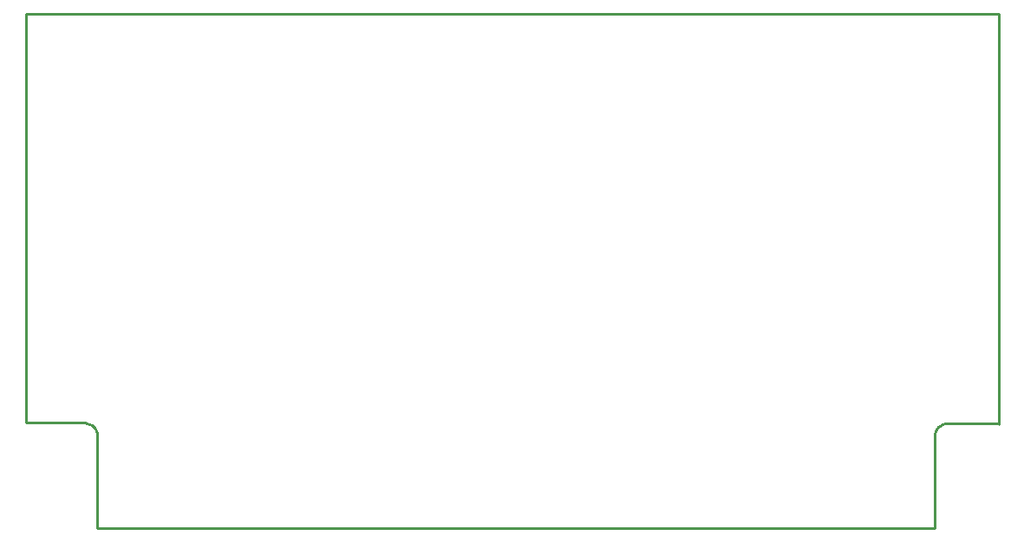
<source format=gm1>
G04 Layer_Color=16711935*
%FSAX24Y24*%
%MOIN*%
G70*
G01*
G75*
%ADD29C,0.0100*%
G54D29*
X022638Y014764D02*
Y030512D01*
X060039D01*
Y014724D01*
Y014744D02*
X058071D01*
X057975Y014735D01*
X057883Y014707D01*
X057797Y014661D01*
X057723Y014600D01*
X057662Y014525D01*
X057616Y014440D01*
X057588Y014348D01*
X057579Y014252D01*
X057579Y014272D02*
Y010728D01*
Y014272D01*
Y010728D02*
X025394D01*
X025394Y014272D01*
Y014272D02*
X025384Y014368D01*
X025356Y014460D01*
X025311Y014545D01*
X025250Y014620D01*
X025175Y014681D01*
X025090Y014726D01*
X024998Y014754D01*
X024902Y014764D01*
X024961Y014764D02*
X022638D01*
X025394Y014370D02*
X025394Y014370D01*
Y010728D01*
X057579D01*
M02*

</source>
